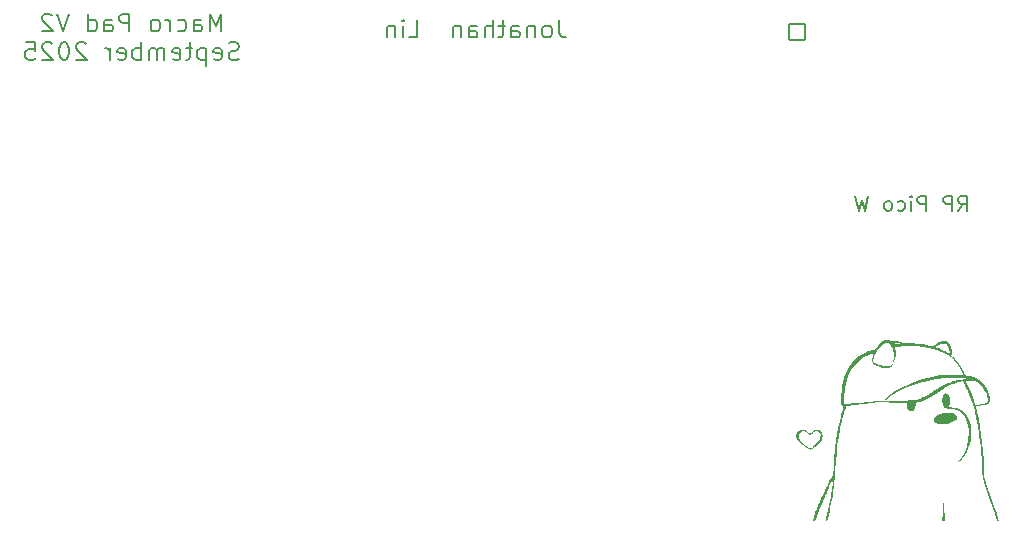
<source format=gbo>
G04 #@! TF.GenerationSoftware,KiCad,Pcbnew,9.0.4*
G04 #@! TF.CreationDate,2025-09-20T14:32:32-07:00*
G04 #@! TF.ProjectId,Macro_Pad,4d616372-6f5f-4506-9164-2e6b69636164,rev?*
G04 #@! TF.SameCoordinates,Original*
G04 #@! TF.FileFunction,Legend,Bot*
G04 #@! TF.FilePolarity,Positive*
%FSLAX46Y46*%
G04 Gerber Fmt 4.6, Leading zero omitted, Abs format (unit mm)*
G04 Created by KiCad (PCBNEW 9.0.4) date 2025-09-20 14:32:32*
%MOMM*%
%LPD*%
G01*
G04 APERTURE LIST*
G04 Aperture macros list*
%AMRoundRect*
0 Rectangle with rounded corners*
0 $1 Rounding radius*
0 $2 $3 $4 $5 $6 $7 $8 $9 X,Y pos of 4 corners*
0 Add a 4 corners polygon primitive as box body*
4,1,4,$2,$3,$4,$5,$6,$7,$8,$9,$2,$3,0*
0 Add four circle primitives for the rounded corners*
1,1,$1+$1,$2,$3*
1,1,$1+$1,$4,$5*
1,1,$1+$1,$6,$7*
1,1,$1+$1,$8,$9*
0 Add four rect primitives between the rounded corners*
20,1,$1+$1,$2,$3,$4,$5,0*
20,1,$1+$1,$4,$5,$6,$7,0*
20,1,$1+$1,$6,$7,$8,$9,0*
20,1,$1+$1,$8,$9,$2,$3,0*%
G04 Aperture macros list end*
%ADD10C,0.156250*%
%ADD11C,0.150000*%
%ADD12C,0.000000*%
%ADD13RoundRect,0.102000X-0.695000X0.695000X-0.695000X-0.695000X0.695000X-0.695000X0.695000X0.695000X0*%
%ADD14C,1.594000*%
%ADD15C,3.600000*%
%ADD16C,5.700000*%
%ADD17C,1.600000*%
%ADD18RoundRect,0.102000X0.695000X-0.695000X0.695000X0.695000X-0.695000X0.695000X-0.695000X-0.695000X0*%
%ADD19C,1.700000*%
%ADD20C,4.000000*%
%ADD21C,2.200000*%
%ADD22R,1.800000X1.800000*%
%ADD23C,1.800000*%
G04 APERTURE END LIST*
D10*
X198678571Y-105088898D02*
X199095237Y-104493660D01*
X199392856Y-105088898D02*
X199392856Y-103838898D01*
X199392856Y-103838898D02*
X198916666Y-103838898D01*
X198916666Y-103838898D02*
X198797618Y-103898422D01*
X198797618Y-103898422D02*
X198738095Y-103957946D01*
X198738095Y-103957946D02*
X198678571Y-104076994D01*
X198678571Y-104076994D02*
X198678571Y-104255565D01*
X198678571Y-104255565D02*
X198738095Y-104374613D01*
X198738095Y-104374613D02*
X198797618Y-104434136D01*
X198797618Y-104434136D02*
X198916666Y-104493660D01*
X198916666Y-104493660D02*
X199392856Y-104493660D01*
X198142856Y-105088898D02*
X198142856Y-103838898D01*
X198142856Y-103838898D02*
X197666666Y-103838898D01*
X197666666Y-103838898D02*
X197547618Y-103898422D01*
X197547618Y-103898422D02*
X197488095Y-103957946D01*
X197488095Y-103957946D02*
X197428571Y-104076994D01*
X197428571Y-104076994D02*
X197428571Y-104255565D01*
X197428571Y-104255565D02*
X197488095Y-104374613D01*
X197488095Y-104374613D02*
X197547618Y-104434136D01*
X197547618Y-104434136D02*
X197666666Y-104493660D01*
X197666666Y-104493660D02*
X198142856Y-104493660D01*
X195940475Y-105088898D02*
X195940475Y-103838898D01*
X195940475Y-103838898D02*
X195464285Y-103838898D01*
X195464285Y-103838898D02*
X195345237Y-103898422D01*
X195345237Y-103898422D02*
X195285714Y-103957946D01*
X195285714Y-103957946D02*
X195226190Y-104076994D01*
X195226190Y-104076994D02*
X195226190Y-104255565D01*
X195226190Y-104255565D02*
X195285714Y-104374613D01*
X195285714Y-104374613D02*
X195345237Y-104434136D01*
X195345237Y-104434136D02*
X195464285Y-104493660D01*
X195464285Y-104493660D02*
X195940475Y-104493660D01*
X194690475Y-105088898D02*
X194690475Y-104255565D01*
X194690475Y-103838898D02*
X194749999Y-103898422D01*
X194749999Y-103898422D02*
X194690475Y-103957946D01*
X194690475Y-103957946D02*
X194630952Y-103898422D01*
X194630952Y-103898422D02*
X194690475Y-103838898D01*
X194690475Y-103838898D02*
X194690475Y-103957946D01*
X193559523Y-105029375D02*
X193678571Y-105088898D01*
X193678571Y-105088898D02*
X193916666Y-105088898D01*
X193916666Y-105088898D02*
X194035714Y-105029375D01*
X194035714Y-105029375D02*
X194095237Y-104969851D01*
X194095237Y-104969851D02*
X194154761Y-104850803D01*
X194154761Y-104850803D02*
X194154761Y-104493660D01*
X194154761Y-104493660D02*
X194095237Y-104374613D01*
X194095237Y-104374613D02*
X194035714Y-104315089D01*
X194035714Y-104315089D02*
X193916666Y-104255565D01*
X193916666Y-104255565D02*
X193678571Y-104255565D01*
X193678571Y-104255565D02*
X193559523Y-104315089D01*
X192845237Y-105088898D02*
X192964285Y-105029375D01*
X192964285Y-105029375D02*
X193023808Y-104969851D01*
X193023808Y-104969851D02*
X193083332Y-104850803D01*
X193083332Y-104850803D02*
X193083332Y-104493660D01*
X193083332Y-104493660D02*
X193023808Y-104374613D01*
X193023808Y-104374613D02*
X192964285Y-104315089D01*
X192964285Y-104315089D02*
X192845237Y-104255565D01*
X192845237Y-104255565D02*
X192666666Y-104255565D01*
X192666666Y-104255565D02*
X192547618Y-104315089D01*
X192547618Y-104315089D02*
X192488094Y-104374613D01*
X192488094Y-104374613D02*
X192428570Y-104493660D01*
X192428570Y-104493660D02*
X192428570Y-104850803D01*
X192428570Y-104850803D02*
X192488094Y-104969851D01*
X192488094Y-104969851D02*
X192547618Y-105029375D01*
X192547618Y-105029375D02*
X192666666Y-105088898D01*
X192666666Y-105088898D02*
X192845237Y-105088898D01*
X191059523Y-103838898D02*
X190761904Y-105088898D01*
X190761904Y-105088898D02*
X190523809Y-104196041D01*
X190523809Y-104196041D02*
X190285714Y-105088898D01*
X190285714Y-105088898D02*
X189988095Y-103838898D01*
D11*
X164906428Y-88908628D02*
X164906428Y-89980057D01*
X164906428Y-89980057D02*
X164977857Y-90194342D01*
X164977857Y-90194342D02*
X165120714Y-90337200D01*
X165120714Y-90337200D02*
X165335000Y-90408628D01*
X165335000Y-90408628D02*
X165477857Y-90408628D01*
X163977857Y-90408628D02*
X164120714Y-90337200D01*
X164120714Y-90337200D02*
X164192143Y-90265771D01*
X164192143Y-90265771D02*
X164263571Y-90122914D01*
X164263571Y-90122914D02*
X164263571Y-89694342D01*
X164263571Y-89694342D02*
X164192143Y-89551485D01*
X164192143Y-89551485D02*
X164120714Y-89480057D01*
X164120714Y-89480057D02*
X163977857Y-89408628D01*
X163977857Y-89408628D02*
X163763571Y-89408628D01*
X163763571Y-89408628D02*
X163620714Y-89480057D01*
X163620714Y-89480057D02*
X163549286Y-89551485D01*
X163549286Y-89551485D02*
X163477857Y-89694342D01*
X163477857Y-89694342D02*
X163477857Y-90122914D01*
X163477857Y-90122914D02*
X163549286Y-90265771D01*
X163549286Y-90265771D02*
X163620714Y-90337200D01*
X163620714Y-90337200D02*
X163763571Y-90408628D01*
X163763571Y-90408628D02*
X163977857Y-90408628D01*
X162835000Y-89408628D02*
X162835000Y-90408628D01*
X162835000Y-89551485D02*
X162763571Y-89480057D01*
X162763571Y-89480057D02*
X162620714Y-89408628D01*
X162620714Y-89408628D02*
X162406428Y-89408628D01*
X162406428Y-89408628D02*
X162263571Y-89480057D01*
X162263571Y-89480057D02*
X162192143Y-89622914D01*
X162192143Y-89622914D02*
X162192143Y-90408628D01*
X160835000Y-90408628D02*
X160835000Y-89622914D01*
X160835000Y-89622914D02*
X160906428Y-89480057D01*
X160906428Y-89480057D02*
X161049285Y-89408628D01*
X161049285Y-89408628D02*
X161335000Y-89408628D01*
X161335000Y-89408628D02*
X161477857Y-89480057D01*
X160835000Y-90337200D02*
X160977857Y-90408628D01*
X160977857Y-90408628D02*
X161335000Y-90408628D01*
X161335000Y-90408628D02*
X161477857Y-90337200D01*
X161477857Y-90337200D02*
X161549285Y-90194342D01*
X161549285Y-90194342D02*
X161549285Y-90051485D01*
X161549285Y-90051485D02*
X161477857Y-89908628D01*
X161477857Y-89908628D02*
X161335000Y-89837200D01*
X161335000Y-89837200D02*
X160977857Y-89837200D01*
X160977857Y-89837200D02*
X160835000Y-89765771D01*
X160334999Y-89408628D02*
X159763571Y-89408628D01*
X160120714Y-88908628D02*
X160120714Y-90194342D01*
X160120714Y-90194342D02*
X160049285Y-90337200D01*
X160049285Y-90337200D02*
X159906428Y-90408628D01*
X159906428Y-90408628D02*
X159763571Y-90408628D01*
X159263571Y-90408628D02*
X159263571Y-88908628D01*
X158620714Y-90408628D02*
X158620714Y-89622914D01*
X158620714Y-89622914D02*
X158692142Y-89480057D01*
X158692142Y-89480057D02*
X158834999Y-89408628D01*
X158834999Y-89408628D02*
X159049285Y-89408628D01*
X159049285Y-89408628D02*
X159192142Y-89480057D01*
X159192142Y-89480057D02*
X159263571Y-89551485D01*
X157263571Y-90408628D02*
X157263571Y-89622914D01*
X157263571Y-89622914D02*
X157334999Y-89480057D01*
X157334999Y-89480057D02*
X157477856Y-89408628D01*
X157477856Y-89408628D02*
X157763571Y-89408628D01*
X157763571Y-89408628D02*
X157906428Y-89480057D01*
X157263571Y-90337200D02*
X157406428Y-90408628D01*
X157406428Y-90408628D02*
X157763571Y-90408628D01*
X157763571Y-90408628D02*
X157906428Y-90337200D01*
X157906428Y-90337200D02*
X157977856Y-90194342D01*
X157977856Y-90194342D02*
X157977856Y-90051485D01*
X157977856Y-90051485D02*
X157906428Y-89908628D01*
X157906428Y-89908628D02*
X157763571Y-89837200D01*
X157763571Y-89837200D02*
X157406428Y-89837200D01*
X157406428Y-89837200D02*
X157263571Y-89765771D01*
X156549285Y-89408628D02*
X156549285Y-90408628D01*
X156549285Y-89551485D02*
X156477856Y-89480057D01*
X156477856Y-89480057D02*
X156334999Y-89408628D01*
X156334999Y-89408628D02*
X156120713Y-89408628D01*
X156120713Y-89408628D02*
X155977856Y-89480057D01*
X155977856Y-89480057D02*
X155906428Y-89622914D01*
X155906428Y-89622914D02*
X155906428Y-90408628D01*
X152192142Y-90408628D02*
X152906428Y-90408628D01*
X152906428Y-90408628D02*
X152906428Y-88908628D01*
X151692142Y-90408628D02*
X151692142Y-89408628D01*
X151692142Y-88908628D02*
X151763570Y-88980057D01*
X151763570Y-88980057D02*
X151692142Y-89051485D01*
X151692142Y-89051485D02*
X151620713Y-88980057D01*
X151620713Y-88980057D02*
X151692142Y-88908628D01*
X151692142Y-88908628D02*
X151692142Y-89051485D01*
X150977856Y-89408628D02*
X150977856Y-90408628D01*
X150977856Y-89551485D02*
X150906427Y-89480057D01*
X150906427Y-89480057D02*
X150763570Y-89408628D01*
X150763570Y-89408628D02*
X150549284Y-89408628D01*
X150549284Y-89408628D02*
X150406427Y-89480057D01*
X150406427Y-89480057D02*
X150334999Y-89622914D01*
X150334999Y-89622914D02*
X150334999Y-90408628D01*
X136306428Y-89893712D02*
X136306428Y-88393712D01*
X136306428Y-88393712D02*
X135806428Y-89465141D01*
X135806428Y-89465141D02*
X135306428Y-88393712D01*
X135306428Y-88393712D02*
X135306428Y-89893712D01*
X133949285Y-89893712D02*
X133949285Y-89107998D01*
X133949285Y-89107998D02*
X134020713Y-88965141D01*
X134020713Y-88965141D02*
X134163570Y-88893712D01*
X134163570Y-88893712D02*
X134449285Y-88893712D01*
X134449285Y-88893712D02*
X134592142Y-88965141D01*
X133949285Y-89822284D02*
X134092142Y-89893712D01*
X134092142Y-89893712D02*
X134449285Y-89893712D01*
X134449285Y-89893712D02*
X134592142Y-89822284D01*
X134592142Y-89822284D02*
X134663570Y-89679426D01*
X134663570Y-89679426D02*
X134663570Y-89536569D01*
X134663570Y-89536569D02*
X134592142Y-89393712D01*
X134592142Y-89393712D02*
X134449285Y-89322284D01*
X134449285Y-89322284D02*
X134092142Y-89322284D01*
X134092142Y-89322284D02*
X133949285Y-89250855D01*
X132592142Y-89822284D02*
X132734999Y-89893712D01*
X132734999Y-89893712D02*
X133020713Y-89893712D01*
X133020713Y-89893712D02*
X133163570Y-89822284D01*
X133163570Y-89822284D02*
X133234999Y-89750855D01*
X133234999Y-89750855D02*
X133306427Y-89607998D01*
X133306427Y-89607998D02*
X133306427Y-89179426D01*
X133306427Y-89179426D02*
X133234999Y-89036569D01*
X133234999Y-89036569D02*
X133163570Y-88965141D01*
X133163570Y-88965141D02*
X133020713Y-88893712D01*
X133020713Y-88893712D02*
X132734999Y-88893712D01*
X132734999Y-88893712D02*
X132592142Y-88965141D01*
X131949285Y-89893712D02*
X131949285Y-88893712D01*
X131949285Y-89179426D02*
X131877856Y-89036569D01*
X131877856Y-89036569D02*
X131806428Y-88965141D01*
X131806428Y-88965141D02*
X131663570Y-88893712D01*
X131663570Y-88893712D02*
X131520713Y-88893712D01*
X130806428Y-89893712D02*
X130949285Y-89822284D01*
X130949285Y-89822284D02*
X131020714Y-89750855D01*
X131020714Y-89750855D02*
X131092142Y-89607998D01*
X131092142Y-89607998D02*
X131092142Y-89179426D01*
X131092142Y-89179426D02*
X131020714Y-89036569D01*
X131020714Y-89036569D02*
X130949285Y-88965141D01*
X130949285Y-88965141D02*
X130806428Y-88893712D01*
X130806428Y-88893712D02*
X130592142Y-88893712D01*
X130592142Y-88893712D02*
X130449285Y-88965141D01*
X130449285Y-88965141D02*
X130377857Y-89036569D01*
X130377857Y-89036569D02*
X130306428Y-89179426D01*
X130306428Y-89179426D02*
X130306428Y-89607998D01*
X130306428Y-89607998D02*
X130377857Y-89750855D01*
X130377857Y-89750855D02*
X130449285Y-89822284D01*
X130449285Y-89822284D02*
X130592142Y-89893712D01*
X130592142Y-89893712D02*
X130806428Y-89893712D01*
X128520714Y-89893712D02*
X128520714Y-88393712D01*
X128520714Y-88393712D02*
X127949285Y-88393712D01*
X127949285Y-88393712D02*
X127806428Y-88465141D01*
X127806428Y-88465141D02*
X127734999Y-88536569D01*
X127734999Y-88536569D02*
X127663571Y-88679426D01*
X127663571Y-88679426D02*
X127663571Y-88893712D01*
X127663571Y-88893712D02*
X127734999Y-89036569D01*
X127734999Y-89036569D02*
X127806428Y-89107998D01*
X127806428Y-89107998D02*
X127949285Y-89179426D01*
X127949285Y-89179426D02*
X128520714Y-89179426D01*
X126377857Y-89893712D02*
X126377857Y-89107998D01*
X126377857Y-89107998D02*
X126449285Y-88965141D01*
X126449285Y-88965141D02*
X126592142Y-88893712D01*
X126592142Y-88893712D02*
X126877857Y-88893712D01*
X126877857Y-88893712D02*
X127020714Y-88965141D01*
X126377857Y-89822284D02*
X126520714Y-89893712D01*
X126520714Y-89893712D02*
X126877857Y-89893712D01*
X126877857Y-89893712D02*
X127020714Y-89822284D01*
X127020714Y-89822284D02*
X127092142Y-89679426D01*
X127092142Y-89679426D02*
X127092142Y-89536569D01*
X127092142Y-89536569D02*
X127020714Y-89393712D01*
X127020714Y-89393712D02*
X126877857Y-89322284D01*
X126877857Y-89322284D02*
X126520714Y-89322284D01*
X126520714Y-89322284D02*
X126377857Y-89250855D01*
X125020714Y-89893712D02*
X125020714Y-88393712D01*
X125020714Y-89822284D02*
X125163571Y-89893712D01*
X125163571Y-89893712D02*
X125449285Y-89893712D01*
X125449285Y-89893712D02*
X125592142Y-89822284D01*
X125592142Y-89822284D02*
X125663571Y-89750855D01*
X125663571Y-89750855D02*
X125734999Y-89607998D01*
X125734999Y-89607998D02*
X125734999Y-89179426D01*
X125734999Y-89179426D02*
X125663571Y-89036569D01*
X125663571Y-89036569D02*
X125592142Y-88965141D01*
X125592142Y-88965141D02*
X125449285Y-88893712D01*
X125449285Y-88893712D02*
X125163571Y-88893712D01*
X125163571Y-88893712D02*
X125020714Y-88965141D01*
X123377856Y-88393712D02*
X122877856Y-89893712D01*
X122877856Y-89893712D02*
X122377856Y-88393712D01*
X121949285Y-88536569D02*
X121877857Y-88465141D01*
X121877857Y-88465141D02*
X121735000Y-88393712D01*
X121735000Y-88393712D02*
X121377857Y-88393712D01*
X121377857Y-88393712D02*
X121235000Y-88465141D01*
X121235000Y-88465141D02*
X121163571Y-88536569D01*
X121163571Y-88536569D02*
X121092142Y-88679426D01*
X121092142Y-88679426D02*
X121092142Y-88822284D01*
X121092142Y-88822284D02*
X121163571Y-89036569D01*
X121163571Y-89036569D02*
X122020714Y-89893712D01*
X122020714Y-89893712D02*
X121092142Y-89893712D01*
X137770712Y-92237200D02*
X137556427Y-92308628D01*
X137556427Y-92308628D02*
X137199284Y-92308628D01*
X137199284Y-92308628D02*
X137056427Y-92237200D01*
X137056427Y-92237200D02*
X136984998Y-92165771D01*
X136984998Y-92165771D02*
X136913569Y-92022914D01*
X136913569Y-92022914D02*
X136913569Y-91880057D01*
X136913569Y-91880057D02*
X136984998Y-91737200D01*
X136984998Y-91737200D02*
X137056427Y-91665771D01*
X137056427Y-91665771D02*
X137199284Y-91594342D01*
X137199284Y-91594342D02*
X137484998Y-91522914D01*
X137484998Y-91522914D02*
X137627855Y-91451485D01*
X137627855Y-91451485D02*
X137699284Y-91380057D01*
X137699284Y-91380057D02*
X137770712Y-91237200D01*
X137770712Y-91237200D02*
X137770712Y-91094342D01*
X137770712Y-91094342D02*
X137699284Y-90951485D01*
X137699284Y-90951485D02*
X137627855Y-90880057D01*
X137627855Y-90880057D02*
X137484998Y-90808628D01*
X137484998Y-90808628D02*
X137127855Y-90808628D01*
X137127855Y-90808628D02*
X136913569Y-90880057D01*
X135699284Y-92237200D02*
X135842141Y-92308628D01*
X135842141Y-92308628D02*
X136127856Y-92308628D01*
X136127856Y-92308628D02*
X136270713Y-92237200D01*
X136270713Y-92237200D02*
X136342141Y-92094342D01*
X136342141Y-92094342D02*
X136342141Y-91522914D01*
X136342141Y-91522914D02*
X136270713Y-91380057D01*
X136270713Y-91380057D02*
X136127856Y-91308628D01*
X136127856Y-91308628D02*
X135842141Y-91308628D01*
X135842141Y-91308628D02*
X135699284Y-91380057D01*
X135699284Y-91380057D02*
X135627856Y-91522914D01*
X135627856Y-91522914D02*
X135627856Y-91665771D01*
X135627856Y-91665771D02*
X136342141Y-91808628D01*
X134984999Y-91308628D02*
X134984999Y-92808628D01*
X134984999Y-91380057D02*
X134842142Y-91308628D01*
X134842142Y-91308628D02*
X134556427Y-91308628D01*
X134556427Y-91308628D02*
X134413570Y-91380057D01*
X134413570Y-91380057D02*
X134342142Y-91451485D01*
X134342142Y-91451485D02*
X134270713Y-91594342D01*
X134270713Y-91594342D02*
X134270713Y-92022914D01*
X134270713Y-92022914D02*
X134342142Y-92165771D01*
X134342142Y-92165771D02*
X134413570Y-92237200D01*
X134413570Y-92237200D02*
X134556427Y-92308628D01*
X134556427Y-92308628D02*
X134842142Y-92308628D01*
X134842142Y-92308628D02*
X134984999Y-92237200D01*
X133842141Y-91308628D02*
X133270713Y-91308628D01*
X133627856Y-90808628D02*
X133627856Y-92094342D01*
X133627856Y-92094342D02*
X133556427Y-92237200D01*
X133556427Y-92237200D02*
X133413570Y-92308628D01*
X133413570Y-92308628D02*
X133270713Y-92308628D01*
X132199284Y-92237200D02*
X132342141Y-92308628D01*
X132342141Y-92308628D02*
X132627856Y-92308628D01*
X132627856Y-92308628D02*
X132770713Y-92237200D01*
X132770713Y-92237200D02*
X132842141Y-92094342D01*
X132842141Y-92094342D02*
X132842141Y-91522914D01*
X132842141Y-91522914D02*
X132770713Y-91380057D01*
X132770713Y-91380057D02*
X132627856Y-91308628D01*
X132627856Y-91308628D02*
X132342141Y-91308628D01*
X132342141Y-91308628D02*
X132199284Y-91380057D01*
X132199284Y-91380057D02*
X132127856Y-91522914D01*
X132127856Y-91522914D02*
X132127856Y-91665771D01*
X132127856Y-91665771D02*
X132842141Y-91808628D01*
X131484999Y-92308628D02*
X131484999Y-91308628D01*
X131484999Y-91451485D02*
X131413570Y-91380057D01*
X131413570Y-91380057D02*
X131270713Y-91308628D01*
X131270713Y-91308628D02*
X131056427Y-91308628D01*
X131056427Y-91308628D02*
X130913570Y-91380057D01*
X130913570Y-91380057D02*
X130842142Y-91522914D01*
X130842142Y-91522914D02*
X130842142Y-92308628D01*
X130842142Y-91522914D02*
X130770713Y-91380057D01*
X130770713Y-91380057D02*
X130627856Y-91308628D01*
X130627856Y-91308628D02*
X130413570Y-91308628D01*
X130413570Y-91308628D02*
X130270713Y-91380057D01*
X130270713Y-91380057D02*
X130199284Y-91522914D01*
X130199284Y-91522914D02*
X130199284Y-92308628D01*
X129484999Y-92308628D02*
X129484999Y-90808628D01*
X129484999Y-91380057D02*
X129342142Y-91308628D01*
X129342142Y-91308628D02*
X129056427Y-91308628D01*
X129056427Y-91308628D02*
X128913570Y-91380057D01*
X128913570Y-91380057D02*
X128842142Y-91451485D01*
X128842142Y-91451485D02*
X128770713Y-91594342D01*
X128770713Y-91594342D02*
X128770713Y-92022914D01*
X128770713Y-92022914D02*
X128842142Y-92165771D01*
X128842142Y-92165771D02*
X128913570Y-92237200D01*
X128913570Y-92237200D02*
X129056427Y-92308628D01*
X129056427Y-92308628D02*
X129342142Y-92308628D01*
X129342142Y-92308628D02*
X129484999Y-92237200D01*
X127556427Y-92237200D02*
X127699284Y-92308628D01*
X127699284Y-92308628D02*
X127984999Y-92308628D01*
X127984999Y-92308628D02*
X128127856Y-92237200D01*
X128127856Y-92237200D02*
X128199284Y-92094342D01*
X128199284Y-92094342D02*
X128199284Y-91522914D01*
X128199284Y-91522914D02*
X128127856Y-91380057D01*
X128127856Y-91380057D02*
X127984999Y-91308628D01*
X127984999Y-91308628D02*
X127699284Y-91308628D01*
X127699284Y-91308628D02*
X127556427Y-91380057D01*
X127556427Y-91380057D02*
X127484999Y-91522914D01*
X127484999Y-91522914D02*
X127484999Y-91665771D01*
X127484999Y-91665771D02*
X128199284Y-91808628D01*
X126842142Y-92308628D02*
X126842142Y-91308628D01*
X126842142Y-91594342D02*
X126770713Y-91451485D01*
X126770713Y-91451485D02*
X126699285Y-91380057D01*
X126699285Y-91380057D02*
X126556427Y-91308628D01*
X126556427Y-91308628D02*
X126413570Y-91308628D01*
X124842142Y-90951485D02*
X124770714Y-90880057D01*
X124770714Y-90880057D02*
X124627857Y-90808628D01*
X124627857Y-90808628D02*
X124270714Y-90808628D01*
X124270714Y-90808628D02*
X124127857Y-90880057D01*
X124127857Y-90880057D02*
X124056428Y-90951485D01*
X124056428Y-90951485D02*
X123984999Y-91094342D01*
X123984999Y-91094342D02*
X123984999Y-91237200D01*
X123984999Y-91237200D02*
X124056428Y-91451485D01*
X124056428Y-91451485D02*
X124913571Y-92308628D01*
X124913571Y-92308628D02*
X123984999Y-92308628D01*
X123056428Y-90808628D02*
X122913571Y-90808628D01*
X122913571Y-90808628D02*
X122770714Y-90880057D01*
X122770714Y-90880057D02*
X122699286Y-90951485D01*
X122699286Y-90951485D02*
X122627857Y-91094342D01*
X122627857Y-91094342D02*
X122556428Y-91380057D01*
X122556428Y-91380057D02*
X122556428Y-91737200D01*
X122556428Y-91737200D02*
X122627857Y-92022914D01*
X122627857Y-92022914D02*
X122699286Y-92165771D01*
X122699286Y-92165771D02*
X122770714Y-92237200D01*
X122770714Y-92237200D02*
X122913571Y-92308628D01*
X122913571Y-92308628D02*
X123056428Y-92308628D01*
X123056428Y-92308628D02*
X123199286Y-92237200D01*
X123199286Y-92237200D02*
X123270714Y-92165771D01*
X123270714Y-92165771D02*
X123342143Y-92022914D01*
X123342143Y-92022914D02*
X123413571Y-91737200D01*
X123413571Y-91737200D02*
X123413571Y-91380057D01*
X123413571Y-91380057D02*
X123342143Y-91094342D01*
X123342143Y-91094342D02*
X123270714Y-90951485D01*
X123270714Y-90951485D02*
X123199286Y-90880057D01*
X123199286Y-90880057D02*
X123056428Y-90808628D01*
X121985000Y-90951485D02*
X121913572Y-90880057D01*
X121913572Y-90880057D02*
X121770715Y-90808628D01*
X121770715Y-90808628D02*
X121413572Y-90808628D01*
X121413572Y-90808628D02*
X121270715Y-90880057D01*
X121270715Y-90880057D02*
X121199286Y-90951485D01*
X121199286Y-90951485D02*
X121127857Y-91094342D01*
X121127857Y-91094342D02*
X121127857Y-91237200D01*
X121127857Y-91237200D02*
X121199286Y-91451485D01*
X121199286Y-91451485D02*
X122056429Y-92308628D01*
X122056429Y-92308628D02*
X121127857Y-92308628D01*
X119770715Y-90808628D02*
X120485001Y-90808628D01*
X120485001Y-90808628D02*
X120556429Y-91522914D01*
X120556429Y-91522914D02*
X120485001Y-91451485D01*
X120485001Y-91451485D02*
X120342144Y-91380057D01*
X120342144Y-91380057D02*
X119985001Y-91380057D01*
X119985001Y-91380057D02*
X119842144Y-91451485D01*
X119842144Y-91451485D02*
X119770715Y-91522914D01*
X119770715Y-91522914D02*
X119699286Y-91665771D01*
X119699286Y-91665771D02*
X119699286Y-92022914D01*
X119699286Y-92022914D02*
X119770715Y-92165771D01*
X119770715Y-92165771D02*
X119842144Y-92237200D01*
X119842144Y-92237200D02*
X119985001Y-92308628D01*
X119985001Y-92308628D02*
X120342144Y-92308628D01*
X120342144Y-92308628D02*
X120485001Y-92237200D01*
X120485001Y-92237200D02*
X120556429Y-92165771D01*
D12*
G36*
X197443099Y-129841610D02*
G01*
X197448793Y-129866316D01*
X197459381Y-129940350D01*
X197472057Y-130053983D01*
X197486281Y-130201496D01*
X197501511Y-130377167D01*
X197517207Y-130575277D01*
X197532827Y-130790106D01*
X197536401Y-130840659D01*
X197546665Y-130978297D01*
X197556673Y-131102800D01*
X197565434Y-131202155D01*
X197571957Y-131264355D01*
X197585367Y-131369059D01*
X197469430Y-131369059D01*
X197353493Y-131369059D01*
X197366913Y-130648448D01*
X197372276Y-130414446D01*
X197379815Y-130198868D01*
X197389014Y-130031829D01*
X197399906Y-129912958D01*
X197412528Y-129841879D01*
X197426913Y-129818221D01*
X197443099Y-129841610D01*
G37*
G36*
X197862589Y-122188515D02*
G01*
X198024753Y-122200141D01*
X198179120Y-122220126D01*
X198311914Y-122246937D01*
X198409356Y-122279045D01*
X198453260Y-122302893D01*
X198538936Y-122384023D01*
X198585779Y-122488458D01*
X198591308Y-122608313D01*
X198553042Y-122735703D01*
X198545929Y-122749486D01*
X198472212Y-122838835D01*
X198355577Y-122924107D01*
X198201533Y-123002427D01*
X198015590Y-123070924D01*
X197803258Y-123126724D01*
X197665165Y-123149489D01*
X197479175Y-123163194D01*
X197291514Y-123161212D01*
X197118406Y-123143844D01*
X196976076Y-123111390D01*
X196850213Y-123060067D01*
X196736487Y-122982467D01*
X196668657Y-122888735D01*
X196646169Y-122778314D01*
X196657595Y-122680455D01*
X196712725Y-122554143D01*
X196812062Y-122444449D01*
X196953998Y-122352346D01*
X197136922Y-122278802D01*
X197359227Y-122224790D01*
X197619302Y-122191279D01*
X197706406Y-122186776D01*
X197862589Y-122188515D01*
G37*
G36*
X187211862Y-124125973D02*
G01*
X187188535Y-124288849D01*
X187125430Y-124459052D01*
X187076926Y-124541169D01*
X186982697Y-124664030D01*
X186861427Y-124796655D01*
X186721791Y-124930325D01*
X186572462Y-125056323D01*
X186422115Y-125165931D01*
X186361074Y-125205444D01*
X186274834Y-125257296D01*
X186207211Y-125293154D01*
X186169114Y-125306939D01*
X186161450Y-125305776D01*
X186113493Y-125286784D01*
X186035407Y-125248088D01*
X185936116Y-125194273D01*
X185824544Y-125129922D01*
X185784997Y-125106025D01*
X185591046Y-124976088D01*
X185414119Y-124836803D01*
X185261496Y-124694824D01*
X185140458Y-124556807D01*
X185058285Y-124429407D01*
X185035511Y-124380625D01*
X184985038Y-124217062D01*
X184977407Y-124071735D01*
X185167176Y-124071735D01*
X185180512Y-124199499D01*
X185233107Y-124339873D01*
X185323670Y-124490371D01*
X185450912Y-124648507D01*
X185613543Y-124811797D01*
X185810273Y-124977755D01*
X186039813Y-125143896D01*
X186071683Y-125164433D01*
X186130184Y-125197103D01*
X186165809Y-125209990D01*
X186177710Y-125205846D01*
X186224214Y-125177782D01*
X186293547Y-125129047D01*
X186375657Y-125066516D01*
X186513485Y-124951004D01*
X186694822Y-124772545D01*
X186840755Y-124593432D01*
X186948474Y-124417796D01*
X187015166Y-124249765D01*
X187038022Y-124093471D01*
X187037737Y-124063299D01*
X187030460Y-123985695D01*
X187007679Y-123928181D01*
X186961863Y-123868514D01*
X186861726Y-123788034D01*
X186739950Y-123747095D01*
X186606943Y-123748980D01*
X186471388Y-123794990D01*
X186425797Y-123826253D01*
X186359360Y-123882577D01*
X186288739Y-123950391D01*
X186167682Y-124074289D01*
X186030058Y-123948500D01*
X186009217Y-123929670D01*
X185903814Y-123844582D01*
X185808907Y-123791422D01*
X185708960Y-123763329D01*
X185588437Y-123753440D01*
X185527568Y-123753907D01*
X185430442Y-123768340D01*
X185344871Y-123804888D01*
X185263437Y-123863973D01*
X185194388Y-123959064D01*
X185167176Y-124071735D01*
X184977407Y-124071735D01*
X184976934Y-124062726D01*
X185011829Y-123924453D01*
X185028512Y-123889570D01*
X185120179Y-123760676D01*
X185241142Y-123671003D01*
X185389896Y-123621402D01*
X185564934Y-123612720D01*
X185602005Y-123615859D01*
X185779061Y-123656007D01*
X185927689Y-123736217D01*
X186048593Y-123856845D01*
X186100516Y-123918852D01*
X186152078Y-123965373D01*
X186187330Y-123979108D01*
X186200389Y-123956204D01*
X186215498Y-123928391D01*
X186255600Y-123875853D01*
X186311939Y-123810162D01*
X186362881Y-123757836D01*
X186487685Y-123666309D01*
X186623174Y-123619336D01*
X186777221Y-123613591D01*
X186812604Y-123617638D01*
X186953546Y-123659816D01*
X187066252Y-123737343D01*
X187148412Y-123844615D01*
X187197718Y-123976026D01*
X187208796Y-124093471D01*
X187211862Y-124125973D01*
G37*
G36*
X197776714Y-120560323D02*
G01*
X197849450Y-120635395D01*
X197918132Y-120757874D01*
X197926150Y-120775377D01*
X197954696Y-120843615D01*
X197972998Y-120905796D01*
X197983296Y-120975748D01*
X197987832Y-121067299D01*
X197988846Y-121194277D01*
X197988756Y-121248106D01*
X197987026Y-121356966D01*
X197981479Y-121433607D01*
X197970032Y-121490291D01*
X197950599Y-121539283D01*
X197921097Y-121592844D01*
X197894449Y-121639318D01*
X197864855Y-121694776D01*
X197853347Y-121722185D01*
X197853750Y-121723135D01*
X197881793Y-121729858D01*
X197945278Y-121734713D01*
X198031960Y-121736702D01*
X198096060Y-121737566D01*
X198257216Y-121745190D01*
X198415498Y-121759471D01*
X198559309Y-121778953D01*
X198677050Y-121802182D01*
X198757124Y-121827701D01*
X198805549Y-121851259D01*
X198965074Y-121946718D01*
X199116475Y-122061610D01*
X199239686Y-122181234D01*
X199241360Y-122183150D01*
X199407313Y-122405416D01*
X199551159Y-122662288D01*
X199668119Y-122942342D01*
X199753413Y-123234152D01*
X199802263Y-123526291D01*
X199806220Y-123570146D01*
X199812219Y-123871245D01*
X199785849Y-124194565D01*
X199729322Y-124529253D01*
X199644856Y-124864452D01*
X199534665Y-125189309D01*
X199400963Y-125492968D01*
X199331497Y-125625881D01*
X199228321Y-125797149D01*
X199115899Y-125948655D01*
X198982988Y-126095021D01*
X198818348Y-126250873D01*
X198774268Y-126287604D01*
X198715717Y-126327684D01*
X198677137Y-126343259D01*
X198662659Y-126342306D01*
X198653126Y-126335418D01*
X198657987Y-126317336D01*
X198680814Y-126282850D01*
X198725182Y-126226751D01*
X198794666Y-126143831D01*
X198892840Y-126028879D01*
X198893186Y-126028475D01*
X198983872Y-125917153D01*
X199070789Y-125800855D01*
X199144086Y-125693338D01*
X199193914Y-125608361D01*
X199246331Y-125494892D01*
X199320433Y-125306368D01*
X199391739Y-125095176D01*
X199455206Y-124876558D01*
X199505790Y-124665756D01*
X199511687Y-124636243D01*
X199536022Y-124477494D01*
X199555089Y-124291809D01*
X199568405Y-124091776D01*
X199575486Y-123889982D01*
X199575847Y-123699015D01*
X199569004Y-123531463D01*
X199554474Y-123399914D01*
X199518660Y-123227084D01*
X199441792Y-122969622D01*
X199341498Y-122724634D01*
X199222247Y-122501240D01*
X199088509Y-122308562D01*
X198944755Y-122155722D01*
X198893125Y-122112108D01*
X198777015Y-122030191D01*
X198653756Y-121968865D01*
X198512905Y-121924462D01*
X198344022Y-121893311D01*
X198136664Y-121871744D01*
X198061861Y-121865294D01*
X197930524Y-121852480D01*
X197784795Y-121837006D01*
X197644674Y-121820936D01*
X197529102Y-121807384D01*
X197426361Y-121795943D01*
X197350321Y-121788141D01*
X197312084Y-121785170D01*
X197306056Y-121785071D01*
X197287049Y-121780148D01*
X197311349Y-121760911D01*
X197321442Y-121755890D01*
X197378505Y-121742294D01*
X197453007Y-121736652D01*
X197488785Y-121735564D01*
X197544030Y-121724259D01*
X197553139Y-121699449D01*
X197517407Y-121659585D01*
X197506376Y-121649196D01*
X197463566Y-121598037D01*
X197417827Y-121532239D01*
X197417451Y-121531641D01*
X197371451Y-121424791D01*
X197346694Y-121293120D01*
X197341656Y-121147048D01*
X197354817Y-120996995D01*
X197384654Y-120853381D01*
X197429647Y-120726627D01*
X197488273Y-120627153D01*
X197559011Y-120565380D01*
X197605182Y-120544952D01*
X197696449Y-120530796D01*
X197776714Y-120560323D01*
G37*
G36*
X195188433Y-116329653D02*
G01*
X195730262Y-116399844D01*
X196280952Y-116505763D01*
X196568595Y-116570071D01*
X196684329Y-116468199D01*
X196885887Y-116309990D01*
X197092728Y-116190102D01*
X197294035Y-116118399D01*
X197490485Y-116094568D01*
X197652877Y-116115803D01*
X197795092Y-116180253D01*
X197913829Y-116287096D01*
X198008403Y-116435509D01*
X198078128Y-116624666D01*
X198122316Y-116853745D01*
X198123382Y-116862464D01*
X198133232Y-116976191D01*
X198136643Y-117086954D01*
X198133676Y-117153578D01*
X198132859Y-117171921D01*
X198118600Y-117292311D01*
X198259527Y-117426369D01*
X198312257Y-117478794D01*
X198455219Y-117639596D01*
X198605549Y-117831548D01*
X198756151Y-118043890D01*
X198899928Y-118265859D01*
X199029784Y-118486695D01*
X199138622Y-118695635D01*
X199219347Y-118881919D01*
X199240796Y-118939082D01*
X199262241Y-118996235D01*
X199487813Y-119037300D01*
X199494743Y-119038565D01*
X199797423Y-119103471D01*
X200057976Y-119181200D01*
X200282556Y-119275347D01*
X200406300Y-119347881D01*
X200477320Y-119389510D01*
X200648424Y-119527283D01*
X200802025Y-119692263D01*
X200944278Y-119888045D01*
X201085289Y-120124232D01*
X201203345Y-120366273D01*
X201290701Y-120599265D01*
X201344691Y-120816059D01*
X201362647Y-121009505D01*
X201362603Y-121015920D01*
X201359994Y-121059203D01*
X201354126Y-121156548D01*
X201328111Y-121262935D01*
X201279602Y-121348019D01*
X201203645Y-121424739D01*
X201170766Y-121450077D01*
X201114460Y-121482202D01*
X201044251Y-121507309D01*
X200951306Y-121527651D01*
X200826794Y-121545483D01*
X200661882Y-121563062D01*
X200538824Y-121575023D01*
X200402150Y-121588787D01*
X200304107Y-121599909D01*
X200238589Y-121609587D01*
X200199487Y-121619023D01*
X200180696Y-121629418D01*
X200176110Y-121641972D01*
X200179620Y-121657886D01*
X200182671Y-121668767D01*
X200196934Y-121724132D01*
X200219260Y-121813644D01*
X200247256Y-121927663D01*
X200278529Y-122056547D01*
X200284624Y-122081891D01*
X200421943Y-122703914D01*
X200540668Y-123348025D01*
X200641289Y-124018329D01*
X200724293Y-124718931D01*
X200790171Y-125453936D01*
X200839410Y-126227449D01*
X200872501Y-127043575D01*
X200877961Y-127218837D01*
X200883356Y-127357206D01*
X200889850Y-127465491D01*
X200898692Y-127553346D01*
X200911132Y-127630424D01*
X200928420Y-127706378D01*
X200951805Y-127790861D01*
X200982538Y-127893527D01*
X201016507Y-128005149D01*
X201050285Y-128114572D01*
X201083770Y-128220836D01*
X201118655Y-128328894D01*
X201156628Y-128443702D01*
X201199381Y-128570214D01*
X201248604Y-128713385D01*
X201305988Y-128878170D01*
X201373223Y-129069524D01*
X201452000Y-129292401D01*
X201544009Y-129551755D01*
X201650941Y-129852542D01*
X201668173Y-129901056D01*
X201736428Y-130094471D01*
X201805701Y-130292578D01*
X201874061Y-130489691D01*
X201939574Y-130680126D01*
X202000311Y-130858198D01*
X202054336Y-131018221D01*
X202099720Y-131154511D01*
X202134529Y-131261383D01*
X202156832Y-131333151D01*
X202164695Y-131364131D01*
X202163404Y-131365352D01*
X202132791Y-131367445D01*
X202074213Y-131364387D01*
X202038165Y-131359832D01*
X201989628Y-131339258D01*
X201965269Y-131295150D01*
X201948416Y-131240473D01*
X201914191Y-131132786D01*
X201869553Y-130994581D01*
X201817562Y-130835140D01*
X201761280Y-130663748D01*
X201703768Y-130489690D01*
X201648086Y-130322249D01*
X201597294Y-130170709D01*
X201554455Y-130044356D01*
X201522627Y-129952473D01*
X201475980Y-129819591D01*
X201394626Y-129584087D01*
X201308854Y-129331788D01*
X201221259Y-129070605D01*
X201134438Y-128808446D01*
X201050987Y-128553221D01*
X200973504Y-128312840D01*
X200904584Y-128095210D01*
X200846824Y-127908242D01*
X200802820Y-127759844D01*
X200801278Y-127754449D01*
X200778023Y-127666617D01*
X200760543Y-127582391D01*
X200747633Y-127491194D01*
X200738089Y-127382452D01*
X200730708Y-127245589D01*
X200724286Y-127070029D01*
X200722275Y-127012207D01*
X200714724Y-126834859D01*
X200704340Y-126627710D01*
X200691690Y-126399541D01*
X200677341Y-126159132D01*
X200661862Y-125915262D01*
X200645819Y-125676712D01*
X200629780Y-125452261D01*
X200614313Y-125250690D01*
X200599984Y-125080780D01*
X200587362Y-124951309D01*
X200559277Y-124703182D01*
X200462095Y-123965424D01*
X200348929Y-123271393D01*
X200219175Y-122618706D01*
X200072226Y-122004986D01*
X199907478Y-121427851D01*
X199724324Y-120884921D01*
X199522160Y-120373816D01*
X199300380Y-119892157D01*
X199262047Y-119816018D01*
X199203377Y-119704251D01*
X199152752Y-119613510D01*
X199114588Y-119551598D01*
X199093301Y-119526316D01*
X199058388Y-119524517D01*
X198982905Y-119534336D01*
X198879637Y-119554614D01*
X198758868Y-119582921D01*
X198630880Y-119616822D01*
X198505955Y-119653885D01*
X198394376Y-119691677D01*
X198343571Y-119710599D01*
X198174975Y-119777197D01*
X198011753Y-119848556D01*
X197847489Y-119928192D01*
X197675766Y-120019627D01*
X197490165Y-120126379D01*
X197284271Y-120251966D01*
X197051665Y-120399908D01*
X196785931Y-120573725D01*
X196596421Y-120697784D01*
X196371279Y-120840841D01*
X196175216Y-120958996D01*
X196002413Y-121055074D01*
X195847052Y-121131902D01*
X195703314Y-121192304D01*
X195565381Y-121239105D01*
X195427434Y-121275132D01*
X195283654Y-121303209D01*
X195106433Y-121333070D01*
X195076800Y-121496572D01*
X195047456Y-121626019D01*
X194990607Y-121786382D01*
X194920094Y-121912928D01*
X194839615Y-122003668D01*
X194752872Y-122056616D01*
X194663566Y-122069785D01*
X194575396Y-122041187D01*
X194492065Y-121968836D01*
X194417271Y-121850743D01*
X194388730Y-121786286D01*
X194357866Y-121676063D01*
X194346689Y-121546864D01*
X194342678Y-121379049D01*
X193739089Y-121363802D01*
X193729961Y-121363569D01*
X193450264Y-121353545D01*
X193190242Y-121338738D01*
X192955808Y-121319707D01*
X192752871Y-121297015D01*
X192587345Y-121271222D01*
X192465140Y-121242889D01*
X192432705Y-121238640D01*
X192364934Y-121238753D01*
X192263253Y-121244467D01*
X192126013Y-121255964D01*
X191951567Y-121273430D01*
X191738268Y-121297046D01*
X191484469Y-121326997D01*
X191188523Y-121363465D01*
X190848783Y-121406635D01*
X190463601Y-121456688D01*
X190031329Y-121513810D01*
X189977735Y-121520651D01*
X189857981Y-121534885D01*
X189721257Y-121550193D01*
X189587877Y-121564265D01*
X189497284Y-121573744D01*
X189391313Y-121585593D01*
X189309069Y-121595661D01*
X189263211Y-121602461D01*
X189259787Y-121603242D01*
X189235540Y-121616671D01*
X189211748Y-121648536D01*
X189184960Y-121706086D01*
X189151726Y-121796569D01*
X189108595Y-121927233D01*
X189104311Y-121940651D01*
X189056880Y-122098399D01*
X189002536Y-122292911D01*
X188943902Y-122513714D01*
X188883602Y-122750338D01*
X188824257Y-122992308D01*
X188768491Y-123229155D01*
X188718927Y-123450405D01*
X188678188Y-123645586D01*
X188678100Y-123646033D01*
X188565242Y-124271011D01*
X188468446Y-124928368D01*
X188387281Y-125621795D01*
X188321315Y-126354982D01*
X188270115Y-127131619D01*
X188264279Y-127236302D01*
X188246267Y-127537978D01*
X188227423Y-127814520D01*
X188206850Y-128072012D01*
X188183650Y-128316540D01*
X188156925Y-128554188D01*
X188125776Y-128791043D01*
X188089307Y-129033187D01*
X188046618Y-129286708D01*
X187996813Y-129557689D01*
X187938993Y-129852216D01*
X187872261Y-130176375D01*
X187795718Y-130536249D01*
X187708466Y-130937924D01*
X187616828Y-131356741D01*
X187535404Y-131364567D01*
X187453980Y-131372394D01*
X187470445Y-131278340D01*
X187471803Y-131270972D01*
X187483664Y-131212693D01*
X187504424Y-131115003D01*
X187532565Y-130984888D01*
X187566570Y-130829331D01*
X187604921Y-130655318D01*
X187646100Y-130469835D01*
X187733791Y-130071114D01*
X187813963Y-129694485D01*
X187882372Y-129358584D01*
X187939707Y-129059938D01*
X187986653Y-128795076D01*
X188023899Y-128560523D01*
X188040390Y-128442425D01*
X188059639Y-128284415D01*
X188075067Y-128133922D01*
X188086216Y-127997830D01*
X188092626Y-127883027D01*
X188093840Y-127796399D01*
X188089398Y-127744830D01*
X188078843Y-127735208D01*
X188077611Y-127736728D01*
X188059022Y-127771340D01*
X188024208Y-127844351D01*
X187975892Y-127949762D01*
X187916795Y-128081572D01*
X187849638Y-128233780D01*
X187777142Y-128400388D01*
X187720595Y-128531213D01*
X187630711Y-128739140D01*
X187538574Y-128952257D01*
X187449633Y-129157960D01*
X187369337Y-129343643D01*
X187303137Y-129496702D01*
X187205856Y-129723675D01*
X187051814Y-130093828D01*
X186918651Y-130429380D01*
X186804279Y-130735658D01*
X186706608Y-131017992D01*
X186590483Y-131369059D01*
X186481663Y-131369059D01*
X186433790Y-131367449D01*
X186386517Y-131356092D01*
X186372843Y-131331055D01*
X186373201Y-131325300D01*
X186384744Y-131271532D01*
X186410591Y-131181152D01*
X186448091Y-131062011D01*
X186494595Y-130921961D01*
X186547451Y-130768853D01*
X186604009Y-130610539D01*
X186661619Y-130454871D01*
X186717630Y-130309699D01*
X186720497Y-130302457D01*
X186837148Y-130014926D01*
X186963622Y-129715576D01*
X187096884Y-129410838D01*
X187233898Y-129107143D01*
X187371631Y-128810922D01*
X187507046Y-128528607D01*
X187637108Y-128266629D01*
X187758781Y-128031419D01*
X187869032Y-127829409D01*
X187964824Y-127667030D01*
X188027255Y-127566087D01*
X188073020Y-127486923D01*
X188101007Y-127426362D01*
X188115587Y-127372435D01*
X188121131Y-127313173D01*
X188122010Y-127236605D01*
X188122027Y-127230964D01*
X188124420Y-127141833D01*
X188130478Y-127012120D01*
X188139648Y-126849644D01*
X188151375Y-126662222D01*
X188165105Y-126457674D01*
X188180286Y-126243817D01*
X188196364Y-126028470D01*
X188212784Y-125819450D01*
X188228993Y-125624575D01*
X188244437Y-125451664D01*
X188258563Y-125308535D01*
X188279230Y-125121416D01*
X188350792Y-124565065D01*
X188436541Y-124011979D01*
X188534734Y-123471299D01*
X188643630Y-122952165D01*
X188761484Y-122463718D01*
X188886553Y-122015097D01*
X188915944Y-121916792D01*
X188950410Y-121796938D01*
X188971317Y-121713438D01*
X188979448Y-121659797D01*
X188975586Y-121629521D01*
X188960514Y-121616118D01*
X188935015Y-121613094D01*
X188886802Y-121598626D01*
X188832745Y-121560096D01*
X188825340Y-121552543D01*
X188808960Y-121532171D01*
X188797464Y-121506121D01*
X188790329Y-121467132D01*
X188787028Y-121407943D01*
X188787028Y-121403685D01*
X189001520Y-121403685D01*
X189270062Y-121405915D01*
X189301954Y-121406184D01*
X189377224Y-121406701D01*
X189442776Y-121406565D01*
X189505139Y-121405327D01*
X189570842Y-121402537D01*
X189646416Y-121397745D01*
X189738390Y-121390500D01*
X189853293Y-121380354D01*
X189997654Y-121366856D01*
X190178005Y-121349556D01*
X190400874Y-121328005D01*
X190509458Y-121317560D01*
X190787095Y-121291389D01*
X191057152Y-121266660D01*
X191314447Y-121243806D01*
X191553798Y-121223256D01*
X191770025Y-121205441D01*
X191957947Y-121190792D01*
X192112383Y-121179740D01*
X192228151Y-121172715D01*
X192250360Y-121171922D01*
X192482855Y-121171922D01*
X192498892Y-121176506D01*
X192556863Y-121182947D01*
X192649594Y-121189833D01*
X192769155Y-121196589D01*
X192907615Y-121202642D01*
X192977558Y-121205160D01*
X193209940Y-121211544D01*
X193425031Y-121214460D01*
X193614866Y-121213908D01*
X193771479Y-121209892D01*
X193886907Y-121202412D01*
X193905217Y-121200658D01*
X193975227Y-121194261D01*
X194081984Y-121184709D01*
X194217191Y-121172739D01*
X194372551Y-121159086D01*
X194539768Y-121144487D01*
X194607392Y-121138434D01*
X194780418Y-121121494D01*
X194943999Y-121103553D01*
X195088212Y-121085802D01*
X195203138Y-121069435D01*
X195278856Y-121055643D01*
X195281262Y-121055089D01*
X195418010Y-121016021D01*
X195567185Y-120958241D01*
X195733855Y-120879161D01*
X195923085Y-120776192D01*
X196139943Y-120646746D01*
X196389495Y-120488235D01*
X196445574Y-120451841D01*
X196699706Y-120288624D01*
X196921812Y-120149620D01*
X197118655Y-120031226D01*
X197296999Y-119929841D01*
X197463608Y-119841865D01*
X197625247Y-119763697D01*
X197788678Y-119691735D01*
X197960667Y-119622379D01*
X198147976Y-119552027D01*
X198195886Y-119534993D01*
X198322304Y-119493492D01*
X198358308Y-119482878D01*
X199354829Y-119482878D01*
X199354839Y-119497821D01*
X199372102Y-119549003D01*
X199405658Y-119627008D01*
X199451617Y-119722214D01*
X199474873Y-119768706D01*
X199623204Y-120087458D01*
X199771080Y-120442002D01*
X199913934Y-120820911D01*
X200047199Y-121212754D01*
X200054235Y-121234601D01*
X200094604Y-121357932D01*
X200124682Y-121442552D01*
X200148275Y-121495724D01*
X200169187Y-121524711D01*
X200191222Y-121536777D01*
X200218184Y-121539185D01*
X200265066Y-121536178D01*
X200295916Y-121527395D01*
X200318969Y-121520521D01*
X200381896Y-121508380D01*
X200474193Y-121493225D01*
X200585609Y-121476844D01*
X200718914Y-121456180D01*
X200887061Y-121420244D01*
X201013892Y-121376533D01*
X201104199Y-121321809D01*
X201162771Y-121252837D01*
X201194402Y-121166381D01*
X201203880Y-121059203D01*
X201197629Y-120974161D01*
X201161846Y-120811153D01*
X201098335Y-120628033D01*
X201011687Y-120433820D01*
X200906492Y-120237532D01*
X200787339Y-120048188D01*
X200658820Y-119874806D01*
X200525524Y-119726405D01*
X200374283Y-119576573D01*
X200043834Y-119531686D01*
X199889921Y-119512157D01*
X199730357Y-119494932D01*
X199589579Y-119482861D01*
X199475074Y-119476475D01*
X199394328Y-119476304D01*
X199354829Y-119482878D01*
X198358308Y-119482878D01*
X198444698Y-119457410D01*
X198542156Y-119433060D01*
X198611116Y-119420748D01*
X198733518Y-119403959D01*
X198879330Y-119387737D01*
X199036513Y-119373084D01*
X199193026Y-119361000D01*
X199336828Y-119352489D01*
X199455880Y-119348552D01*
X199538141Y-119350190D01*
X199609559Y-119353160D01*
X199646172Y-119347881D01*
X199638469Y-119335770D01*
X199588376Y-119319197D01*
X199497818Y-119300534D01*
X199294514Y-119271685D01*
X199015157Y-119245889D01*
X198706059Y-119229513D01*
X198377345Y-119222471D01*
X198039143Y-119224673D01*
X197701580Y-119236030D01*
X197374782Y-119256455D01*
X197068875Y-119285859D01*
X196793987Y-119324153D01*
X196493766Y-119380692D01*
X196123855Y-119465403D01*
X195739212Y-119567896D01*
X195346917Y-119685582D01*
X194954046Y-119815877D01*
X194567676Y-119956193D01*
X194194885Y-120103944D01*
X193842750Y-120256544D01*
X193518348Y-120411406D01*
X193228757Y-120565945D01*
X192981053Y-120717573D01*
X192978690Y-120719151D01*
X192895619Y-120779171D01*
X192803227Y-120852966D01*
X192709556Y-120933202D01*
X192622643Y-121012548D01*
X192550528Y-121083671D01*
X192501253Y-121139240D01*
X192482855Y-121171922D01*
X192250360Y-121171922D01*
X192300071Y-121170147D01*
X192324124Y-121169880D01*
X192391404Y-121164167D01*
X192428971Y-121146507D01*
X192452218Y-121110908D01*
X192491384Y-121049877D01*
X192560528Y-120966736D01*
X192650708Y-120870747D01*
X192753132Y-120770851D01*
X192859006Y-120675990D01*
X192959535Y-120595103D01*
X193093798Y-120499721D01*
X193366311Y-120328210D01*
X193678856Y-120155157D01*
X194025725Y-119983069D01*
X194401209Y-119814458D01*
X194799600Y-119651833D01*
X195215192Y-119497705D01*
X195642276Y-119354583D01*
X196075145Y-119224978D01*
X196161390Y-119201155D01*
X196477182Y-119122182D01*
X196784529Y-119059797D01*
X197092863Y-119012985D01*
X197411614Y-118980729D01*
X197750214Y-118962013D01*
X198118094Y-118955822D01*
X198524685Y-118961140D01*
X198576209Y-118962410D01*
X198751269Y-118966263D01*
X198884080Y-118968071D01*
X198980225Y-118967624D01*
X199045287Y-118964713D01*
X199084847Y-118959125D01*
X199104490Y-118950652D01*
X199109797Y-118939082D01*
X199108937Y-118933551D01*
X199092531Y-118888710D01*
X199058469Y-118811941D01*
X199010932Y-118712376D01*
X198954103Y-118599146D01*
X198948745Y-118588753D01*
X198821084Y-118361695D01*
X198676404Y-118137942D01*
X198521398Y-117926122D01*
X198362761Y-117734863D01*
X198207187Y-117572793D01*
X198061370Y-117448540D01*
X197831588Y-117293064D01*
X197472738Y-117096503D01*
X197077212Y-116928411D01*
X196647549Y-116789463D01*
X196186289Y-116680334D01*
X195712488Y-116604348D01*
X196775782Y-116604348D01*
X196778470Y-116615972D01*
X196815110Y-116642758D01*
X196884795Y-116669870D01*
X197082663Y-116737607D01*
X197333996Y-116841361D01*
X197578248Y-116959875D01*
X197794419Y-117083598D01*
X197801729Y-117088198D01*
X197877029Y-117133900D01*
X197935101Y-117166273D01*
X197963896Y-117178564D01*
X197964913Y-117178454D01*
X197973773Y-117153578D01*
X197972367Y-117092871D01*
X197962324Y-117007527D01*
X197945269Y-116908743D01*
X197922830Y-116807712D01*
X197896632Y-116715629D01*
X197844179Y-116591582D01*
X197744432Y-116447989D01*
X197700317Y-116401584D01*
X197646443Y-116358168D01*
X197588226Y-116335842D01*
X197505042Y-116323913D01*
X197384983Y-116321882D01*
X197228426Y-116353289D01*
X197145667Y-116384211D01*
X197048614Y-116428533D01*
X196951787Y-116478982D01*
X196866498Y-116529284D01*
X196804059Y-116573164D01*
X196775782Y-116604348D01*
X195712488Y-116604348D01*
X195695970Y-116601699D01*
X195179132Y-116554233D01*
X194638313Y-116538611D01*
X194501218Y-116540222D01*
X194320574Y-116545772D01*
X194132484Y-116554634D01*
X193946400Y-116566142D01*
X193771775Y-116579628D01*
X193618060Y-116594424D01*
X193494709Y-116609863D01*
X193411172Y-116625276D01*
X193389638Y-116630894D01*
X193363197Y-116642710D01*
X193350527Y-116665066D01*
X193350742Y-116707377D01*
X193362953Y-116779059D01*
X193386274Y-116889526D01*
X193391442Y-116914020D01*
X193408746Y-117012380D01*
X193415427Y-117099839D01*
X193412082Y-117196190D01*
X193405164Y-117263909D01*
X193399309Y-117321223D01*
X193398758Y-117325843D01*
X193353042Y-117604429D01*
X193287736Y-117843228D01*
X193203558Y-118040875D01*
X193101226Y-118196009D01*
X192981458Y-118307265D01*
X192844972Y-118373283D01*
X192772048Y-118391504D01*
X192563000Y-118412432D01*
X192338639Y-118394499D01*
X192108197Y-118338917D01*
X191880904Y-118246896D01*
X191789382Y-118200620D01*
X191648788Y-118122526D01*
X191548297Y-118054734D01*
X191483471Y-117994054D01*
X191449867Y-117937296D01*
X191443752Y-117908536D01*
X191467788Y-117908536D01*
X191784282Y-118034406D01*
X191982838Y-118106791D01*
X192185322Y-118168422D01*
X192366867Y-118211418D01*
X192512883Y-118237291D01*
X192660002Y-118255309D01*
X192776752Y-118256752D01*
X192872301Y-118240832D01*
X192955815Y-118206759D01*
X193036463Y-118153743D01*
X193042067Y-118149288D01*
X193106097Y-118069711D01*
X193159246Y-117951314D01*
X193200734Y-117802817D01*
X193229775Y-117632938D01*
X193245589Y-117450396D01*
X193247391Y-117263909D01*
X193234398Y-117082196D01*
X193205829Y-116913977D01*
X193160900Y-116767970D01*
X193131549Y-116698993D01*
X193036461Y-116520249D01*
X192932489Y-116389419D01*
X192903556Y-116368203D01*
X193221727Y-116368203D01*
X193224070Y-116376296D01*
X193252522Y-116386248D01*
X193268790Y-116384381D01*
X193328370Y-116378021D01*
X193417398Y-116368772D01*
X193523522Y-116357925D01*
X193568712Y-116352999D01*
X193680474Y-116336679D01*
X193745318Y-116320721D01*
X193762997Y-116307140D01*
X193733262Y-116297947D01*
X193655866Y-116295155D01*
X193530561Y-116300775D01*
X193433085Y-116308308D01*
X193330428Y-116319363D01*
X193265511Y-116332042D01*
X193231541Y-116347828D01*
X193221727Y-116368203D01*
X192903556Y-116368203D01*
X192818615Y-116305917D01*
X192693822Y-116269156D01*
X192557093Y-116278548D01*
X192407408Y-116333508D01*
X192375546Y-116350386D01*
X192228954Y-116453355D01*
X192081024Y-116594226D01*
X191937453Y-116764273D01*
X191803939Y-116954773D01*
X191686180Y-117157000D01*
X191589875Y-117362230D01*
X191520720Y-117561738D01*
X191484414Y-117746800D01*
X191467788Y-117908536D01*
X191443752Y-117908536D01*
X191431716Y-117851928D01*
X191423907Y-117727329D01*
X191428183Y-117585557D01*
X191444009Y-117442460D01*
X191470853Y-117313885D01*
X191473534Y-117304128D01*
X191494418Y-117220400D01*
X191506263Y-117158233D01*
X191506570Y-117130462D01*
X191491330Y-117126487D01*
X191435819Y-117137610D01*
X191349229Y-117168276D01*
X191238700Y-117214990D01*
X191111370Y-117274257D01*
X190974378Y-117342583D01*
X190834865Y-117416474D01*
X190699968Y-117492435D01*
X190576827Y-117566971D01*
X190472582Y-117636588D01*
X190189024Y-117862454D01*
X189933951Y-118118369D01*
X189713735Y-118401472D01*
X189526646Y-118714671D01*
X189370953Y-119060873D01*
X189244925Y-119442986D01*
X189146832Y-119863918D01*
X189129778Y-119958289D01*
X189094075Y-120191916D01*
X189062006Y-120448880D01*
X189035467Y-120711396D01*
X189016348Y-120961684D01*
X189006544Y-121181959D01*
X189001520Y-121403685D01*
X188787028Y-121403685D01*
X188787038Y-121321295D01*
X188789832Y-121199926D01*
X188794886Y-121036575D01*
X188806764Y-120755212D01*
X188838155Y-120323133D01*
X188884877Y-119930820D01*
X188947815Y-119573594D01*
X189027852Y-119246772D01*
X189125873Y-118945673D01*
X189242762Y-118665617D01*
X189265048Y-118618849D01*
X189459693Y-118273649D01*
X189693453Y-117958407D01*
X189966319Y-117673131D01*
X190278280Y-117417829D01*
X190629327Y-117192509D01*
X191019449Y-116997179D01*
X191448638Y-116831849D01*
X191700622Y-116747429D01*
X191829357Y-116574975D01*
X191890916Y-116496312D01*
X192011383Y-116359426D01*
X192135849Y-116236655D01*
X192254505Y-116137362D01*
X192357541Y-116070910D01*
X192499042Y-116017775D01*
X192666211Y-116000199D01*
X192830026Y-116029661D01*
X192983714Y-116105784D01*
X193016854Y-116127280D01*
X193056978Y-116145820D01*
X193103076Y-116152532D01*
X193169403Y-116148949D01*
X193270214Y-116136605D01*
X193388238Y-116125777D01*
X193602423Y-116130279D01*
X193799884Y-116165411D01*
X193968507Y-116229559D01*
X194014543Y-116252568D01*
X194064814Y-116272635D01*
X194118757Y-116285137D01*
X194187768Y-116291704D01*
X194283246Y-116293961D01*
X194416587Y-116293538D01*
X194664376Y-116296205D01*
X194835704Y-116307140D01*
X195188433Y-116329653D01*
G37*
%LPC*%
D13*
X185000000Y-89960000D03*
D14*
X185000000Y-92500000D03*
X185000000Y-95040000D03*
X185000000Y-97580000D03*
X185000000Y-100120000D03*
X185000000Y-102660000D03*
X185000000Y-105200000D03*
X185000000Y-107740000D03*
X185000000Y-110280000D03*
X185000000Y-112820000D03*
X185000000Y-115360000D03*
X185000000Y-117900000D03*
X185000000Y-120440000D03*
X185000000Y-122980000D03*
X185000000Y-125520000D03*
X185000000Y-128060000D03*
X185000000Y-130600000D03*
X185000000Y-133140000D03*
X185000000Y-135680000D03*
X185000000Y-138220000D03*
D15*
X100000000Y-92000000D03*
D16*
X100000000Y-92000000D03*
D17*
X177080000Y-137250000D03*
X166920000Y-137250000D03*
D18*
X202750000Y-138210000D03*
D14*
X202750000Y-135670000D03*
X202750000Y-133130000D03*
X202750000Y-130590000D03*
X202750000Y-128050000D03*
X202750000Y-125510000D03*
X202750000Y-122970000D03*
X202750000Y-120430000D03*
X202750000Y-117890000D03*
X202750000Y-115350000D03*
X202750000Y-112810000D03*
X202750000Y-110270000D03*
X202750000Y-107730000D03*
X202750000Y-105190000D03*
X202750000Y-102650000D03*
X202750000Y-100110000D03*
X202750000Y-97570000D03*
X202750000Y-95030000D03*
X202750000Y-92490000D03*
X202750000Y-89950000D03*
D19*
X144880000Y-124280000D03*
D20*
X149960000Y-124280000D03*
D19*
X155040000Y-124280000D03*
D21*
X152500000Y-119200000D03*
X146150000Y-121740000D03*
D17*
X149330000Y-137250000D03*
X139170000Y-137250000D03*
D19*
X106700000Y-124280000D03*
D20*
X111780000Y-124280000D03*
D19*
X116860000Y-124280000D03*
D21*
X114320000Y-119200000D03*
X107970000Y-121740000D03*
D22*
X128730000Y-137250000D03*
D23*
X131270000Y-137250000D03*
D19*
X164000000Y-104900000D03*
D20*
X169080000Y-104900000D03*
D19*
X174160000Y-104900000D03*
D21*
X171620000Y-99820000D03*
X165270000Y-102360000D03*
D19*
X106760000Y-104900000D03*
D20*
X111840000Y-104900000D03*
D19*
X116920000Y-104900000D03*
D21*
X114380000Y-99820000D03*
X108030000Y-102360000D03*
D19*
X125900000Y-104900000D03*
D20*
X130980000Y-104900000D03*
D19*
X136060000Y-104900000D03*
D21*
X133520000Y-99820000D03*
X127170000Y-102360000D03*
D15*
X195000000Y-136000000D03*
D16*
X195000000Y-136000000D03*
D22*
X158980000Y-137250000D03*
D23*
X161520000Y-137250000D03*
D19*
X125880000Y-124280000D03*
D20*
X130960000Y-124280000D03*
D19*
X136040000Y-124280000D03*
D21*
X133500000Y-119200000D03*
X127150000Y-121740000D03*
D19*
X144940000Y-104900000D03*
D20*
X150020000Y-104900000D03*
D19*
X155100000Y-104900000D03*
D21*
X152560000Y-99820000D03*
X146210000Y-102360000D03*
D15*
X195000000Y-92000000D03*
D16*
X195000000Y-92000000D03*
D19*
X163900000Y-124280000D03*
D20*
X168980000Y-124280000D03*
D19*
X174060000Y-124280000D03*
D21*
X171520000Y-119200000D03*
X165170000Y-121740000D03*
D15*
X100000000Y-136000000D03*
D16*
X100000000Y-136000000D03*
%LPD*%
M02*

</source>
